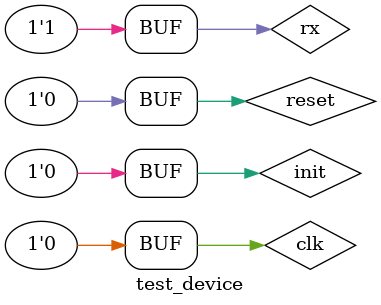
<source format=v>
`timescale 1ns / 1ps


module test_device;
 
	// Inputs
	reg clk;
	reg reset;
	reg init;
	reg rx;
	reg [7:0] in_data;
	reg start_send;

	// Outputs
	wire tx;
	wire [7:0] out_data;
	 
    wire [7:0]lcd_db;
    wire lcd_e;
    wire lcd_rs; 
    wire lcd_rw;
 
	// Instantiate the Unit Under Test (UUT)
serialDevice instance_name (
    .clk(clk), 
    .init(init), 
    .reset(reset), 
    .rx(rx), 
    .tx(tx), 
    .start_send(start_send), 
    .in_data(in_data),  
    .lcd_db(lcd_db), 
    .lcd_e(lcd_e), 
    .lcd_rs(lcd_rs), 
    .lcd_rw(lcd_rw)
    );
	
 
	initial begin
	reset <= 1; # 22; reset <= 0;	
	init <= 1; # 22; init <= 0;	
	rx <= 1;
	//dos procesos
		//1) envio de datos
			//se necesita activa el start_Send  y proveer los datos
			
			
					
		//2) recepcion de datos
			//se necesita sentir un comportamiento en la señal de entrada
			# 25_234_134
			rx <= 0; # 8680;// estado normal
			
			rx<=0; # 8680;  // inicio del envio			
			rx<=1; # 8680; 
			rx<=0; # 8680; 
			rx<=1; # 8680; 
			rx<=1; # 8680; 
			rx<=0; # 8680;
			rx<=1; # 8680;
			rx<=1; # 8680;
			
			rx<=0; # 8680;
			// el numero enviado es 10_11_01_10
			rx<=1; # 8680; //terminacion de envio
			
			
			rx<=1; # 8680;
			rx<=0; # 8680; 
			rx<=1; # 8680; 
			rx<=1; # 8680; 
			rx<=0; # 8680;
			rx<=1; # 8680;
			rx<=1; # 8680;
			rx<=0; # 8680;
			rx<=1; # 8680;
			
			


    

	end
	always
		begin
		clk <= 1; # 10; clk <= 0; # 10;
		end
      
endmodule


</source>
